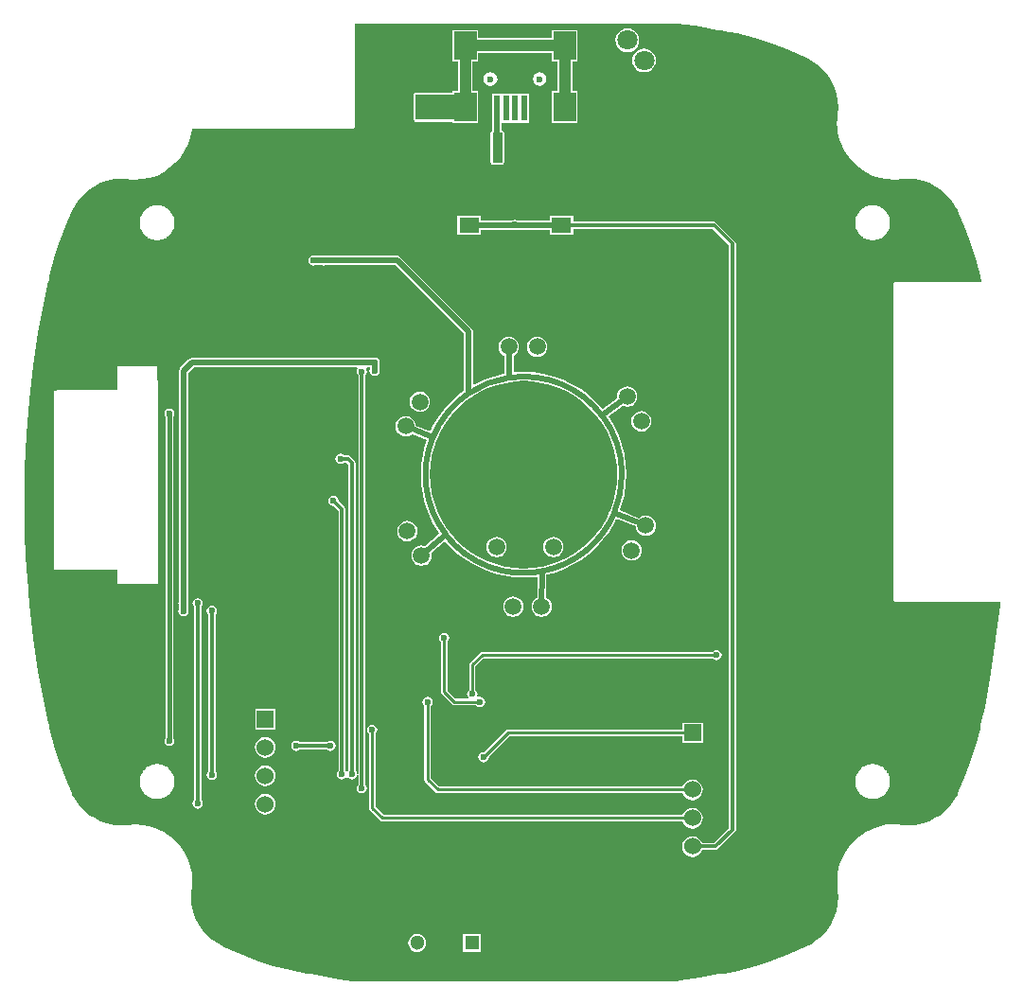
<source format=gbl>
%FSTAX23Y23*%
%MOIN*%
%SFA1B1*%

%IPPOS*%
%ADD10C,0.011810*%
%ADD13C,0.010000*%
%ADD62C,0.019680*%
%ADD63C,0.015000*%
%ADD64C,0.030000*%
%ADD65C,0.039370*%
%ADD67C,0.051180*%
%ADD68R,0.051180X0.051180*%
%ADD69R,0.060000X0.060000*%
%ADD70C,0.060000*%
%ADD71C,0.023620*%
%ADD72C,0.070870*%
%ADD73C,0.059060*%
%ADD74R,0.019680X0.090550*%
%ADD75R,0.078740X0.098430*%
%ADD76R,0.070870X0.055120*%
%ADD77C,0.020000*%
%ADD78R,0.200000X0.090000*%
%ADD79R,0.035000X0.105000*%
%LNÑ§Ï°ÐÍºìÍâ×ª·¢Æ÷-1*%
%LPD*%
G36*
X07287Y06624D02*
D01*
X07353Y06615*
X07353Y06615*
X07354Y06615*
X07403Y06607*
X07436Y06601*
X07453Y06599*
X07453Y06598*
X07501Y06589*
X07563Y06573*
X07625Y06553*
X07685Y0653*
X07744Y06504*
X07751Y065*
X07751Y065*
X07762Y06494*
X07783Y06481*
X07801Y06464*
X07818Y06445*
X07832Y06424*
X07843Y06402*
X07851Y06378*
X07856Y06353*
X07858Y06328*
X07856Y06308*
X07856Y06303*
X07855Y06302*
X07855Y06298*
X07854Y06293*
X07854Y06283*
X07853Y06278*
X07853Y06276*
X07853Y06273*
X07855Y06252*
X07855*
X07855Y0625*
X07856Y06247*
X0786Y06224*
X07869Y06199*
X0788Y06175*
X07895Y06153*
X07913Y06133*
X07933Y06115*
X07955Y061*
X07979Y06088*
X08004Y0608*
X0803Y06075*
X08057Y06073*
X08082Y06075*
X08082Y06075*
X08105Y06076*
X0813Y06075*
X08154Y0607*
X08178Y06062*
X082Y06051*
X08221Y06037*
X0824Y06021*
X08256Y06002*
X0827Y05981*
X08277Y05967*
X08279Y05963*
X083Y05915*
X08323Y05856*
X08342Y05795*
X08358Y05733*
X08362Y05716*
X08359Y05712*
X08058Y05712*
X08055Y05712*
X08053Y0571*
X08052Y05708*
X08052Y05706*
Y04595*
X08052Y04592*
X08053Y0459*
X08055Y04589*
X08058Y04588*
X08424*
X08428Y04585*
X08427Y04576*
X08413Y04456*
X08395Y04336*
X08374Y04217*
X0836Y04154*
X0836Y04154*
X08357Y04139*
X08342Y04079*
X08323Y04019*
X083Y0396*
X08279Y03913*
X08277Y03908*
X08275Y03904*
X0827Y03894*
X08256Y03874*
X0824Y03855*
X08221Y03838*
X082Y03825*
X08178Y03814*
X08154Y03806*
X0813Y03801*
X08105Y03799*
X08082Y03801*
X08079Y03801*
X08072Y03802*
X08071Y03802*
X08071Y03802*
X08071Y03802*
X08067Y03802*
X08055Y03803*
X08054Y03803*
X0805Y03803*
Y03803*
Y03803*
X08035Y03802*
X08031Y03802*
X0803Y03802*
X08004Y03796*
X07979Y03788*
X07955Y03776*
X07933Y03761*
X07913Y03744*
X07896Y03724*
X07881Y03702*
X07869Y03678*
X0786Y03653*
X07855Y03627*
X07854Y036*
X07855Y03577*
X07855Y03574*
X07856Y03572*
X07856Y03567*
X07858Y03547*
X07856Y03522*
X07851Y03497*
X07843Y03474*
X07832Y03451*
X07818Y0343*
X07801Y03411*
X07783Y03395*
X07762Y03381*
X07751Y03376*
X07751Y03375*
X07744Y03372*
X07686Y03346*
X07626Y03323*
X07565Y03303*
X07504Y03288*
X07458Y03278*
X07453Y03278*
X07436Y03275*
X0737Y03264*
Y03264*
Y03264*
X0737Y03264*
X07303Y03253*
X07287Y03251*
X06149*
X061Y03258*
X06051Y03266*
X06001Y03275*
X05984Y03278*
X05984Y03278*
X05984Y03278*
X0593Y03289*
X05869Y03304*
X0581Y03323*
X05751Y03346*
X05694Y03371*
X05686Y03375*
X05686Y03376*
X05674Y03382*
X05653Y03395*
X05635Y03412*
X05618Y03431*
X05604Y03451*
X05593Y03474*
X05585Y03497*
X0558Y03522*
X05579Y03547*
X0558Y03567*
X0558Y03572*
X05581Y03577*
X05582Y03583*
X05582Y03583*
Y03583*
X05582Y03583*
X05582Y03588*
X05583Y03601*
X05581Y03624*
X05581Y03627*
X05581Y03629*
X05576Y03653*
X05568Y03678*
X05556Y03702*
X05541Y03723*
X05524Y03743*
X05504Y03761*
X05482Y03775*
X05458Y03787*
X05433Y03796*
X05407Y03801*
X05381Y03802*
X05355Y03801*
X05355Y03801*
X05332Y03799*
X05307Y03801*
X05283Y03806*
X05259Y03814*
X05237Y03825*
X05216Y03838*
X05198Y03855*
X05181Y03874*
X05167Y03894*
X0516Y03908*
X05158Y03913*
X05137Y0396*
X05114Y0402*
X05095Y0408*
X05079Y04142*
X05077Y04154*
X05077Y04154*
X05076Y04159*
X05061Y04227*
X0504Y04343*
X05023Y04459*
X05009Y04576*
X05001Y04675*
X05001Y0468*
X04999Y04697*
X04993Y04817*
X04991Y04937*
X04993Y05057*
X04999Y05177*
X05009Y05297*
X05023Y05416*
X0504Y05534*
X05062Y05653*
X05076Y05717*
X05077Y05721*
X05077Y05721*
X05079Y05733*
X05095Y05795*
X05114Y05856*
X05137Y05915*
X05158Y05963*
X0516Y05967*
X05163Y05971*
X05167Y05981*
X05181Y06002*
X05198Y06021*
X05216Y06037*
X05237Y06051*
X05259Y06062*
X05283Y0607*
X05307Y06075*
X05332Y06076*
X05355Y06075*
X05355Y06075*
X05363Y06074*
X05364Y06074*
X05379Y06073*
X05406Y06075*
X05432Y0608*
X05457Y06088*
X05481Y061*
X05503Y06115*
X05523Y06133*
X05541Y06153*
X05556Y06175*
X05568Y06199*
X05576Y06224*
X05581Y0625*
X05582Y06254*
X06148*
X06151Y06255*
X06153Y06256*
X06154Y06258*
X06155Y06261*
Y06624*
X07287*
X07287Y06624*
G37*
%LNÑ§Ï°ÐÍºìÍâ×ª·¢Æ÷-2*%
%LPC*%
G36*
X0694Y06601D02*
X06849D01*
Y06572*
X06589*
Y06601*
X06499*
Y06491*
X06518*
Y06385*
X06499*
Y06381*
X0637*
X06365Y06379*
X06363Y06375*
Y06285*
X06365Y0628*
X0637Y06278*
X06499*
Y06274*
X06589*
Y06385*
X0657*
Y06491*
X06589*
Y0652*
X06849*
Y06491*
X06869*
Y06385*
X06849*
Y06274*
X0694*
Y06385*
X06921*
Y06491*
X0694*
Y06601*
G37*
G36*
X07115Y06606D02*
X07104Y06605D01*
X07094Y06601*
X07085Y06594*
X07078Y06585*
X07074Y06575*
X07073Y06565*
X07074Y06554*
X07078Y06544*
X07085Y06535*
X07094Y06528*
X07104Y06524*
X07115Y06523*
X07125Y06524*
X07135Y06528*
X07144Y06535*
X07151Y06544*
X07155Y06554*
X07156Y06565*
X07155Y06575*
X07151Y06585*
X07144Y06594*
X07135Y06601*
X07125Y06605*
X07115Y06606*
G37*
G36*
X07174Y06535D02*
X07163Y06534D01*
X07153Y0653*
X07144Y06523*
X07137Y06515*
X07133Y06504*
X07132Y06494*
X07133Y06483*
X07137Y06473*
X07144Y06464*
X07153Y06457*
X07163Y06453*
X07174Y06452*
X07184Y06453*
X07194Y06457*
X07203Y06464*
X0721Y06473*
X07214Y06483*
X07215Y06494*
X07214Y06504*
X0721Y06515*
X07203Y06523*
X07194Y0653*
X07184Y06534*
X07174Y06535*
G37*
G36*
X06633Y06452D02*
X06623Y0645D01*
X06616Y06445*
X0661Y06437*
X06609Y06428*
X0661Y06419*
X06616Y06411*
X06623Y06406*
X06633Y06404*
X06642Y06406*
X0665Y06411*
X06655Y06419*
X06657Y06428*
X06655Y06437*
X0665Y06445*
X06642Y0645*
X06633Y06452*
G37*
G36*
X06806D02*
X06797Y0645D01*
X06789Y06445*
X06784Y06437*
X06782Y06428*
X06784Y06419*
X06789Y06411*
X06797Y06406*
X06806Y06404*
X06815Y06406*
X06823Y06411*
X06828Y06419*
X0683Y06428*
X06828Y06437*
X06823Y06445*
X06815Y0645*
X06806Y06452*
G37*
G36*
X06767Y06377D02*
X0664D01*
Y06327*
X0664Y06326*
Y06246*
X0664*
X06635Y06244*
X06633Y0624*
Y06135*
X06635Y0613*
X0664Y06128*
X06675*
X06679Y0613*
X06681Y06135*
Y0624*
X06679Y06244*
X06675Y06246*
X06672*
Y06274*
X06767*
Y06377*
G37*
G36*
X07979Y05984D02*
X07979D01*
X07979*
X07978Y05984*
X07973*
X07973Y05984*
X07972Y05984*
X07967Y05983*
X07967Y05983*
X07966Y05983*
X07962Y05982*
X07961Y05981*
X0796*
X07956Y0598*
X07955Y05979*
X07955Y05979*
X0795Y05977*
X0795Y05977*
X07949Y05977*
X07945Y05974*
X07945Y05974*
X07944Y05973*
X0794Y05971*
X0794Y0597*
X07939Y0597*
X07936Y05966*
X07935Y05966*
X07935Y05966*
X07932Y05962*
X07931Y05962*
X07931Y05961*
X07928Y05957*
X07928Y05957*
X07927Y05956*
X07925Y05952*
X07925Y05952*
X07924Y05951*
X07922Y05947*
X07922Y05946*
X07922Y05946*
X0792Y05941*
Y0594*
X0792Y0594*
X07919Y05935*
X07919Y05935*
X07918Y05934*
X07918Y05929*
X07918Y05929*
X07917Y05928*
X07917Y05928*
X07917Y05923*
X07917Y05918*
X07917Y05917*
X07918Y05917*
X07918Y05916*
X07918Y05911*
X07919Y05911*
X07919Y0591*
X0792Y05905*
X0792Y05905*
Y05904*
X07922Y059*
X07922Y05899*
X07922Y05899*
X07924Y05894*
X07925Y05894*
X07925Y05893*
X07927Y05889*
X07928Y05888*
X07928Y05888*
X07931Y05884*
X07931Y05884*
X07932Y05883*
X07935Y0588*
X07935Y05879*
X07936Y05879*
X07939Y05875*
X0794Y05875*
X0794Y05874*
X07944Y05872*
X07945Y05871*
X07945Y05871*
X07949Y05868*
X0795Y05868*
X0795Y05868*
X07955Y05866*
X07955Y05866*
X07956Y05866*
X0796Y05864*
X07961*
X07962Y05863*
X07966Y05862*
X07967Y05862*
X07967Y05862*
X07972Y05861*
X07973Y05861*
X07973Y05861*
X07978*
X07979Y05861*
X07979*
X07979*
X07979Y05861*
X07984*
X07985Y05861*
X07986Y05861*
X0799Y05862*
X07991Y05862*
X07991Y05862*
X07996Y05863*
X07997Y05864*
X07997*
X08002Y05866*
X08002Y05866*
X08003Y05866*
X08007Y05868*
X08008Y05868*
X08009Y05868*
X08013Y05871*
X08013Y05871*
X08014Y05872*
X08018Y05874*
X08018Y05875*
X08019Y05875*
X08022Y05879*
X08022Y05879*
X08023Y0588*
X08026Y05883*
X08026Y05884*
X08027Y05884*
X0803Y05888*
X0803Y05888*
X0803Y05889*
X08033Y05893*
X08033Y05894*
X08034Y05894*
X08036Y05899*
X08036Y05899*
X08036Y059*
X08038Y05904*
Y05905*
X08038Y05905*
X08039Y0591*
X08039Y05911*
X08039Y05911*
X0804Y05916*
X0804Y05917*
X0804Y05917*
Y05918*
X0804Y05923*
X0804Y05928*
Y05928*
X0804Y05929*
X0804Y05929*
X08039Y05934*
X08039Y05935*
X08039Y05935*
X08038Y0594*
X08038Y0594*
Y05941*
X08036Y05946*
X08036Y05946*
X08036Y05947*
X08034Y05951*
X08033Y05952*
X08033Y05952*
X0803Y05956*
X0803Y05957*
X0803Y05957*
X08027Y05961*
X08026Y05962*
X08026Y05962*
X08023Y05966*
X08022Y05966*
X08022Y05966*
X08019Y0597*
X08018Y0597*
X08018Y05971*
X08014Y05973*
X08013Y05974*
X08013Y05974*
X08009Y05977*
X08008Y05977*
X08007Y05977*
X08003Y05979*
X08002Y05979*
X08002Y0598*
X07997Y05981*
X07997*
X07996Y05982*
X07991Y05983*
X07991Y05983*
X0799Y05983*
X07986Y05984*
X07985Y05984*
X07984Y05984*
X07979*
X07979Y05984*
G37*
G36*
X05458D02*
X05458D01*
X05458Y05984*
X05453*
X05452Y05984*
X05452Y05984*
X05447Y05983*
X05446Y05983*
X05446Y05983*
X05441Y05982*
X0544Y05981*
X0544*
X05435Y0598*
X05435Y05979*
X05434Y05979*
X0543Y05977*
X05429Y05977*
X05429Y05977*
X05425Y05974*
X05424Y05974*
X05424Y05973*
X0542Y05971*
X05419Y0597*
X05419Y0597*
X05415Y05966*
X05415Y05966*
X05414Y05966*
X05411Y05962*
X05411Y05962*
X0541Y05961*
X05407Y05957*
X05407Y05957*
X05407Y05956*
X05404Y05952*
X05404Y05952*
X05404Y05951*
X05402Y05947*
X05401Y05946*
X05401Y05946*
X05399Y05941*
Y0594*
X05399Y0594*
X05398Y05935*
X05398Y05935*
X05398Y05934*
X05397Y05929*
X05397Y05929*
X05397Y05928*
Y05928*
X05397Y05923*
X05397Y05918*
Y05917*
X05397Y05917*
X05397Y05916*
X05398Y05911*
X05398Y05911*
X05398Y0591*
X05399Y05905*
X05399Y05905*
Y05904*
X05401Y059*
X05401Y05899*
X05402Y05899*
X05404Y05894*
X05404Y05894*
X05404Y05893*
X05407Y05889*
X05407Y05888*
X05407Y05888*
X0541Y05884*
X05411Y05884*
X05411Y05883*
X05414Y0588*
X05415Y05879*
X05415Y05879*
X05419Y05875*
X05419Y05875*
X0542Y05874*
X05424Y05872*
X05424Y05871*
X05425Y05871*
X05429Y05868*
X05429Y05868*
X0543Y05868*
X05434Y05866*
X05435Y05866*
X05435Y05866*
X0544Y05864*
X0544*
X05441Y05863*
X05446Y05862*
X05446Y05862*
X05447Y05862*
X05452Y05861*
X05452Y05861*
X05453Y05861*
X05458*
X05458Y05861*
X05458*
X05459Y05861*
X05464*
X05464Y05861*
X05465Y05861*
X0547Y05862*
X0547Y05862*
X05471Y05862*
X05476Y05863*
X05476Y05864*
X05477*
X05481Y05866*
X05482Y05866*
X05482Y05866*
X05487Y05868*
X05487Y05868*
X05488Y05868*
X05492Y05871*
X05493Y05871*
X05493Y05872*
X05497Y05874*
X05497Y05875*
X05498Y05875*
X05501Y05879*
X05502Y05879*
X05502Y0588*
X05506Y05883*
X05506Y05884*
X05506Y05884*
X05509Y05888*
X05509Y05888*
X0551Y05889*
X05512Y05893*
X05513Y05894*
X05513Y05894*
X05515Y05899*
X05515Y05899*
X05515Y059*
X05517Y05904*
Y05905*
X05518Y05905*
X05519Y0591*
X05519Y05911*
X05519Y05911*
X0552Y05916*
X0552Y05917*
X0552Y05917*
Y05918*
X0552Y05923*
X0552Y05928*
Y05928*
X0552Y05929*
X0552Y05929*
X05519Y05934*
X05519Y05935*
X05519Y05935*
X05518Y0594*
X05517Y0594*
Y05941*
X05515Y05946*
X05515Y05946*
X05515Y05947*
X05513Y05951*
X05513Y05952*
X05512Y05952*
X0551Y05956*
X05509Y05957*
X05509Y05957*
X05506Y05961*
X05506Y05962*
X05506Y05962*
X05502Y05966*
X05502Y05966*
X05501Y05966*
X05498Y0597*
X05497Y0597*
X05497Y05971*
X05493Y05973*
X05493Y05974*
X05492Y05974*
X05488Y05977*
X05487Y05977*
X05487Y05977*
X05482Y05979*
X05482Y05979*
X05481Y0598*
X05477Y05981*
X05476*
X05476Y05982*
X05471Y05983*
X0547Y05983*
X0547Y05983*
X05465Y05984*
X05464Y05984*
X05464Y05984*
X05459*
X05458Y05984*
G37*
G36*
X06924Y05946D02*
X06841D01*
Y05929*
X0673*
X06727Y05931*
X0672Y05933*
X06713Y05931*
X0671Y05929*
X06598*
Y05946*
X06515*
Y05879*
X06598*
Y05897*
X06718*
X0672Y05896*
X06721Y05897*
X06841*
Y05879*
X06924*
Y05901*
X07416*
X07472Y05844*
Y03789*
X0742Y03737*
X07378*
X07376Y03743*
X0737Y0375*
X07363Y03756*
X07354Y0376*
X07345Y03761*
X07335Y0376*
X07326Y03756*
X07319Y0375*
X07313Y03743*
X07309Y03734*
X07308Y03725*
X07309Y03715*
X07313Y03706*
X07319Y03699*
X07326Y03693*
X07335Y03689*
X07345Y03688*
X07354Y03689*
X07363Y03693*
X0737Y03699*
X07376Y03706*
X07378Y03712*
X07426*
X0743Y03713*
X07434Y03716*
X07493Y03775*
X07496Y03779*
X07497Y03784*
Y0585*
X07496Y05854*
X07493Y05858*
X0743Y05921*
X07426Y05924*
X07421Y05925*
X06924*
Y05946*
G37*
G36*
X06045Y05808D02*
X06038Y05806D01*
X06037Y05806*
X06017*
X06016Y05806*
X0601Y05808*
X06003Y05806*
X05997Y05802*
X05993Y05796*
X05991Y0579*
X05993Y05783*
X05997Y05777*
X06003Y05773*
X0601Y05771*
X06016Y05773*
X06017Y05773*
X06037*
X06038Y05773*
X06045Y05771*
X06051Y05773*
X06052Y05773*
X06298*
X06538Y05533*
Y05329*
X0652Y05315*
X06493Y05291*
X06469Y05264*
X06448Y05236*
X0643Y05205*
X06421Y05186*
X0637Y05207*
X06369Y05214*
X06366Y05222*
X0636Y0523*
X06352Y05236*
X06344Y05239*
X06335Y0524*
X06325Y05239*
X06317Y05236*
X06309Y0523*
X06303Y05222*
X063Y05214*
X06299Y05205*
X063Y05195*
X06303Y05187*
X06309Y05179*
X06317Y05173*
X06325Y0517*
X06335Y05169*
X06344Y0517*
X06352Y05173*
X06357Y05177*
X06408Y05156*
X06403Y0514*
X06394Y05105*
X06389Y0507*
X06387Y05035*
X06389Y04999*
X06394Y04964*
X06403Y04929*
X06415Y04896*
X0643Y04864*
X06448Y04833*
X06453Y04827*
X06403Y04783*
X06399Y04784*
X0639Y04785*
X0638Y04784*
X06372Y04781*
X06364Y04775*
X06358Y04767*
X06355Y04759*
X06354Y0475*
X06355Y0474*
X06358Y04732*
X06364Y04724*
X06372Y04718*
X0638Y04715*
X0639Y04714*
X06399Y04715*
X06407Y04718*
X06415Y04724*
X06421Y04732*
X06424Y0474*
X06425Y0475*
X06424Y04759*
X06472Y04801*
X06493Y04778*
X0652Y04754*
X06548Y04733*
X06579Y04715*
X06611Y047*
X06644Y04688*
X06679Y04679*
X06714Y04674*
X0675Y04672*
X06785Y04674*
X06794Y04675*
X06798Y04672*
X06797Y04601*
X06795Y04601*
X06787Y04595*
X06781Y04587*
X06778Y04579*
X06777Y0457*
X06778Y0456*
X06781Y04552*
X06787Y04544*
X06795Y04538*
X06803Y04535*
X06813Y04534*
X06822Y04535*
X0683Y04538*
X06838Y04544*
X06844Y04552*
X06847Y0456*
X06848Y0457*
X06847Y04579*
X06844Y04587*
X06838Y04595*
X0683Y04601*
X06829Y04601*
X0683Y04682*
X06855Y04688*
X06888Y047*
X0692Y04715*
X06951Y04733*
X06979Y04754*
X07006Y04778*
X0703Y04805*
X07051Y04833*
X07069Y04864*
X07076Y04879*
X07144Y04852*
X07145Y04845*
X07148Y04837*
X07154Y04829*
X07162Y04823*
X0717Y0482*
X0718Y04819*
X07189Y0482*
X07197Y04823*
X07205Y04829*
X07211Y04837*
X07214Y04845*
X07215Y04855*
X07214Y04864*
X07211Y04872*
X07205Y0488*
X07197Y04886*
X07189Y04889*
X0718Y0489*
X0717Y04889*
X07162Y04886*
X07156Y04881*
X07089Y04909*
X07096Y04929*
X07105Y04964*
X0711Y04999*
X07112Y05035*
X0711Y0507*
X07105Y05105*
X07096Y0514*
X07084Y05173*
X07069Y05205*
X07051Y05236*
X07049Y05239*
X07099Y05277*
X07105Y05275*
X07115Y05274*
X07124Y05275*
X07132Y05278*
X0714Y05284*
X07146Y05292*
X07149Y053*
X0715Y0531*
X07149Y05319*
X07146Y05327*
X0714Y05335*
X07132Y05341*
X07124Y05344*
X07115Y05345*
X07105Y05344*
X07097Y05341*
X07089Y05335*
X07083Y05327*
X0708Y05319*
X07079Y0531*
X0708Y05303*
X07029Y05265*
X07006Y05291*
X06979Y05315*
X06951Y05336*
X0692Y05354*
X06888Y05369*
X06855Y05381*
X0682Y0539*
X06785Y05395*
X0675Y05397*
X06719Y05395*
X06715Y05399*
X06714Y05453*
X06714Y05453*
X06722Y05459*
X06728Y05467*
X06731Y05475*
X06732Y05485*
X06731Y05494*
X06728Y05502*
X06722Y0551*
X06714Y05516*
X06706Y05519*
X06697Y0552*
X06687Y05519*
X06679Y05516*
X06671Y0551*
X06665Y05502*
X06662Y05494*
X06661Y05485*
X06662Y05475*
X06665Y05467*
X06671Y05459*
X06679Y05453*
X06681Y05452*
X06683Y05391*
X06679Y0539*
X06644Y05381*
X06611Y05369*
X06579Y05354*
X06575Y05352*
X06571Y05354*
Y0554*
X06569Y05546*
X06566Y05551*
X06316Y05801*
X06311Y05804*
X06305Y05806*
X06052*
X06051Y05806*
X06045Y05808*
G37*
G36*
X06797Y0552D02*
X06787Y05519D01*
X06779Y05516*
X06771Y0551*
X06765Y05502*
X06762Y05494*
X06761Y05485*
X06762Y05475*
X06765Y05467*
X06771Y05459*
X06779Y05453*
X06787Y0545*
X06797Y05449*
X06806Y0545*
X06814Y05453*
X06822Y05459*
X06828Y05467*
X06831Y05475*
X06832Y05485*
X06831Y05494*
X06828Y05502*
X06822Y0551*
X06814Y05516*
X06806Y05519*
X06797Y0552*
G37*
G36*
X06225Y05448D02*
X06218Y05446D01*
X06217Y05446*
X05581*
X05574Y05444*
X05569Y05441*
X0554Y05412*
X05537Y05407*
X05535Y05401*
Y04589*
X05535Y04588*
X05533Y04582*
X05535Y04575*
X05535Y04574*
Y04561*
X05535Y0456*
X05533Y04554*
X05535Y04547*
X05539Y04541*
X05545Y04537*
X05552Y04535*
X05558Y04537*
X05564Y04541*
X05568Y04547*
X0557Y04554*
X05568Y0456*
X05568Y04561*
Y04574*
X05568Y04575*
X0557Y04582*
X05568Y04588*
X05568Y04589*
Y05394*
X05587Y05413*
X06162*
X06165Y05408*
X06163Y05405*
X06161Y05398*
X06163Y05391*
X06167Y05386*
X06167Y05385*
Y03981*
X06162Y0398*
X06162Y03982*
X06161Y03986*
X06157Y03992*
X06157Y03992*
Y05077*
X06156Y05081*
X06153Y05085*
X06139Y05099*
X06135Y05102*
X06131Y05103*
X06118*
X06117Y05103*
X06111Y05107*
X06105Y05109*
X06098Y05107*
X06092Y05103*
X06088Y05097*
X06086Y0509*
X06088Y05084*
X06092Y05078*
X06098Y05074*
X06105Y05072*
X06111Y05074*
X06117Y05078*
X06118Y05078*
X06126*
X06132Y05071*
Y03992*
X06132Y03992*
X0613Y03989*
X06125Y03989*
X06122Y03993*
Y04913*
X06121Y04917*
X06118Y04921*
X06097Y04942*
X06098Y04943*
X06096Y04949*
X06092Y04955*
X06086Y04959*
X0608Y04961*
X06073Y04959*
X06067Y04955*
X06063Y04949*
X06061Y04943*
X06063Y04936*
X06067Y0493*
X06073Y04926*
X0608Y04924*
X0608Y04925*
X06097Y04907*
Y03992*
X06097Y03992*
X06093Y03986*
X06091Y03979*
X06093Y03972*
X06097Y03966*
X06103Y03962*
X0611Y03961*
X06116Y03962*
X06122Y03966*
X06124Y03968*
X0613*
X06132Y03966*
X06138Y03962*
X06145Y03961*
X06151Y03962*
X06157Y03966*
X06161Y03972*
X06162Y03976*
X06162Y03977*
X06167Y03977*
Y03944*
X06167Y03943*
X06163Y03937*
X06161Y03931*
X06163Y03924*
X06167Y03918*
X06173Y03914*
X0618Y03912*
X06186Y03914*
X06192Y03918*
X06196Y03924*
X06198Y03931*
X06196Y03937*
X06192Y03943*
X06192Y03944*
Y05385*
X06192Y05386*
X06196Y05391*
X06198Y05398*
X06196Y05405*
X06194Y05408*
X06197Y05413*
X06208*
Y05408*
X06208Y05407*
X06206Y054*
X06208Y05393*
X06212Y05388*
X06218Y05384*
X06225Y05382*
X06231Y05384*
X06237Y05388*
X06241Y05393*
X06243Y054*
X06241Y05407*
X06241Y05408*
Y05422*
X06241Y05423*
X06243Y0543*
X06241Y05436*
X06237Y05442*
X06231Y05446*
X06225Y05448*
G37*
G36*
X06385Y05327D02*
X06375Y05326D01*
X06367Y05322*
X06359Y05316*
X06353Y05309*
X0635Y053*
X06349Y05291*
X0635Y05282*
X06353Y05273*
X06359Y05266*
X06367Y0526*
X06375Y05256*
X06385Y05255*
X06394Y05256*
X06402Y0526*
X0641Y05266*
X06416Y05273*
X06419Y05282*
X0642Y05291*
X06419Y053*
X06416Y05309*
X0641Y05316*
X06402Y05322*
X06394Y05326*
X06385Y05327*
G37*
G36*
X07165Y05259D02*
X07155Y05258D01*
X07147Y05254*
X07139Y05248*
X07133Y05241*
X0713Y05232*
X07129Y05223*
X0713Y05214*
X07133Y05205*
X07139Y05198*
X07147Y05192*
X07155Y05188*
X07165Y05187*
X07174Y05188*
X07182Y05192*
X0719Y05198*
X07196Y05205*
X07199Y05214*
X072Y05223*
X07199Y05232*
X07196Y05241*
X0719Y05248*
X07182Y05254*
X07174Y05258*
X07165Y05259*
G37*
G36*
X0634Y04872D02*
X0633Y04871D01*
X06322Y04867*
X06314Y04861*
X06308Y04854*
X06305Y04845*
X06304Y04836*
X06305Y04827*
X06308Y04818*
X06314Y04811*
X06322Y04805*
X0633Y04801*
X0634Y048*
X06349Y04801*
X06357Y04805*
X06365Y04811*
X06371Y04818*
X06374Y04827*
X06375Y04836*
X06374Y04845*
X06371Y04854*
X06365Y04861*
X06357Y04867*
X06349Y04871*
X0634Y04872*
G37*
G36*
X0713Y04804D02*
X0712Y04803D01*
X07112Y04799*
X07104Y04793*
X07098Y04786*
X07095Y04777*
X07094Y04768*
X07095Y04759*
X07098Y0475*
X07104Y04743*
X07112Y04737*
X0712Y04733*
X0713Y04732*
X07139Y04733*
X07147Y04737*
X07155Y04743*
X07161Y0475*
X07164Y04759*
X07165Y04768*
X07164Y04777*
X07161Y04786*
X07155Y04793*
X07147Y04799*
X07139Y04803*
X0713Y04804*
G37*
G36*
X0546Y05415D02*
X0532D01*
Y05334*
X0511*
X05106Y05333*
X05103Y05331*
X05094*
Y047*
X0532*
Y0465*
X05461*
Y05365*
X0546Y05366*
Y05415*
G37*
G36*
X06713Y04605D02*
X06703Y04604D01*
X06695Y04601*
X06687Y04595*
X06681Y04587*
X06678Y04579*
X06677Y0457*
X06678Y0456*
X06681Y04552*
X06687Y04544*
X06695Y04538*
X06703Y04535*
X06713Y04534*
X06722Y04535*
X0673Y04538*
X06738Y04544*
X06744Y04552*
X06747Y0456*
X06748Y0457*
X06747Y04579*
X06744Y04587*
X06738Y04595*
X0673Y04601*
X06722Y04604*
X06713Y04605*
G37*
G36*
X0647Y04478D02*
X06463Y04476D01*
X06457Y04472*
X06453Y04466*
X06451Y0446*
X06453Y04453*
X06457Y04447*
X06458Y04446*
Y0427*
X06459Y04265*
X06462Y04262*
X06497Y04226*
X065Y04224*
X06505Y04223*
X06582*
X06583Y04221*
X06589Y04217*
X06596Y04216*
X06602Y04217*
X06608Y04221*
X06612Y04227*
X06614Y04234*
X06612Y04241*
X06608Y04247*
X06602Y04251*
X06596Y04252*
X06589Y04251*
X06587Y04253*
X06585Y04255*
X06587Y04262*
X06585Y04268*
X06581Y04274*
X0658Y04275*
Y0436*
X06608Y04388*
X07415*
X07417Y04386*
X07423Y04382*
X0743Y0438*
X07436Y04382*
X07442Y04386*
X07446Y04392*
X07448Y04399*
X07446Y04405*
X07442Y04411*
X07436Y04415*
X0743Y04417*
X07423Y04415*
X07417Y04411*
X07416Y04411*
X06604*
X06599Y0441*
X06596Y04407*
X06561Y04372*
X06558Y04369*
X06557Y04365*
Y04275*
X06556Y04274*
X06552Y04268*
X0655Y04262*
X06552Y04255*
X06554Y0425*
X06552Y04245*
X06509*
X06481Y04274*
Y04446*
X06482Y04447*
X06486Y04453*
X06488Y0446*
X06486Y04466*
X06482Y04472*
X06476Y04476*
X0647Y04478*
G37*
G36*
X05876Y0421D02*
X05804D01*
Y04138*
X05876*
Y0421*
G37*
G36*
X07381Y04161D02*
X07309D01*
Y04136*
X06694*
X06689Y04135*
X06686Y04132*
X0661Y04057*
X06609Y04058*
X06602Y04056*
X06596Y04052*
X06592Y04046*
X0659Y0404*
X06592Y04033*
X06596Y04027*
X06602Y04023*
X06609Y04021*
X06615Y04023*
X06621Y04027*
X06625Y04033*
X06627Y0404*
X06626Y04041*
X06698Y04113*
X07309*
Y04089*
X07381*
Y04161*
G37*
G36*
X0607Y04098D02*
X06063Y04096D01*
X06057Y04092*
X06056Y04092*
X05963*
X05962Y04092*
X05956Y04096*
X05949Y04098*
X05942Y04096*
X05936Y04092*
X05933Y04086*
X05931Y0408*
X05933Y04073*
X05936Y04067*
X05942Y04063*
X05949Y04061*
X05956Y04063*
X05962Y04067*
X05963Y04067*
X06056*
X06057Y04067*
X06063Y04063*
X0607Y04061*
X06076Y04063*
X06082Y04067*
X06086Y04073*
X06088Y0408*
X06086Y04086*
X06082Y04092*
X06076Y04096*
X0607Y04098*
G37*
G36*
X05502Y05268D02*
X05495Y05266D01*
X05489Y05262*
X05485Y05256*
X05484Y0525*
X05485Y05243*
X05488Y05238*
Y04108*
X05485Y04104*
X05484Y04097*
X05485Y0409*
X05489Y04084*
X05495Y0408*
X05502Y04079*
X05509Y0408*
X05515Y04084*
X05519Y0409*
X0552Y04097*
X05519Y04104*
X05516Y04108*
Y05238*
X05519Y05243*
X0552Y0525*
X05519Y05256*
X05515Y05262*
X05509Y05266*
X05502Y05268*
G37*
G36*
X0584Y04111D02*
X0583Y04109D01*
X05821Y04106*
X05814Y041*
X05808Y04092*
X05804Y04084*
X05803Y04074*
X05804Y04065*
X05808Y04056*
X05814Y04049*
X05821Y04043*
X0583Y04039*
X0584Y04038*
X05849Y04039*
X05858Y04043*
X05865Y04049*
X05871Y04056*
X05875Y04065*
X05876Y04074*
X05875Y04084*
X05871Y04092*
X05865Y041*
X05858Y04106*
X05849Y04109*
X0584Y04111*
G37*
G36*
X07979Y04015D02*
X07979D01*
X07979*
X07978Y04015*
X07973*
X07973Y04015*
X07972Y04015*
X07967Y04014*
X07967Y04014*
X07966Y04014*
X07962Y04013*
X07961Y04013*
X0796*
X07956Y04011*
X07955Y04011*
X07955Y0401*
X0795Y04008*
X0795Y04008*
X07949Y04008*
X07945Y04005*
X07945Y04005*
X07944Y04005*
X0794Y04002*
X0794Y04001*
X07939Y04001*
X07936Y03998*
X07935Y03997*
X07935Y03997*
X07932Y03993*
X07931Y03993*
X07931Y03992*
X07928Y03988*
X07928Y03988*
X07927Y03987*
X07925Y03983*
X07925Y03983*
X07924Y03982*
X07922Y03978*
X07922Y03977*
X07922Y03977*
X0792Y03972*
Y03972*
X0792Y03971*
X07919Y03966*
X07919Y03966*
X07918Y03965*
X07918Y0396*
X07918Y0396*
X07917Y03959*
Y03959*
X07917Y03954*
X07917Y03949*
X07917Y03948*
X07918Y03948*
X07918Y03947*
X07918Y03942*
X07919Y03942*
X07919Y03941*
X0792Y03936*
X0792Y03936*
Y03935*
X07922Y03931*
X07922Y0393*
X07922Y0393*
X07924Y03925*
X07925Y03925*
X07925Y03924*
X07927Y0392*
X07928Y0392*
X07928Y03919*
X07931Y03915*
X07931Y03915*
X07932Y03914*
X07935Y03911*
X07935Y0391*
X07936Y0391*
X07939Y03906*
X0794Y03906*
X0794Y03906*
X07944Y03903*
X07945Y03903*
X07945Y03902*
X07949Y039*
X0795Y03899*
X0795Y03899*
X07955Y03897*
X07955Y03897*
X07956Y03897*
X0796Y03895*
X07961*
X07962Y03894*
X07966Y03894*
X07967Y03893*
X07967Y03893*
X07972Y03892*
X07973Y03892*
X07973Y03892*
X07978*
X07979Y03892*
X07979*
X07979*
X07979Y03892*
X07984*
X07985Y03892*
X07986Y03892*
X0799Y03893*
X07991Y03893*
X07991Y03894*
X07996Y03894*
X07997Y03895*
X07997*
X08002Y03897*
X08002Y03897*
X08003Y03897*
X08007Y03899*
X08008Y03899*
X08009Y039*
X08013Y03902*
X08013Y03903*
X08014Y03903*
X08018Y03906*
X08018Y03906*
X08019Y03906*
X08022Y0391*
X08022Y0391*
X08023Y03911*
X08026Y03914*
X08026Y03915*
X08027Y03915*
X0803Y03919*
X0803Y0392*
X0803Y0392*
X08033Y03924*
X08033Y03925*
X08034Y03925*
X08036Y0393*
X08036Y0393*
X08036Y03931*
X08038Y03935*
Y03936*
X08038Y03936*
X08039Y03941*
X08039Y03942*
X08039Y03942*
X0804Y03947*
X0804Y03948*
X0804Y03948*
Y03949*
X0804Y03954*
X0804Y03959*
Y03959*
X0804Y0396*
X0804Y0396*
X08039Y03965*
X08039Y03966*
X08039Y03966*
X08038Y03971*
X08038Y03972*
Y03972*
X08036Y03977*
X08036Y03977*
X08036Y03978*
X08034Y03982*
X08033Y03983*
X08033Y03983*
X0803Y03987*
X0803Y03988*
X0803Y03988*
X08027Y03992*
X08026Y03993*
X08026Y03993*
X08023Y03997*
X08022Y03997*
X08022Y03998*
X08019Y04001*
X08018Y04001*
X08018Y04002*
X08014Y04005*
X08013Y04005*
X08013Y04005*
X08009Y04008*
X08008Y04008*
X08007Y04008*
X08003Y0401*
X08002Y04011*
X08002Y04011*
X07997Y04013*
X07997*
X07996Y04013*
X07991Y04014*
X07991Y04014*
X0799Y04014*
X07986Y04015*
X07985Y04015*
X07984Y04015*
X07979Y04015*
X07979Y04015*
G37*
G36*
X05458D02*
X05458D01*
X05458Y04015*
X05453*
X05452Y04015*
X05452Y04015*
X05447Y04014*
X05446Y04014*
X05446Y04014*
X05441Y04013*
X0544Y04013*
X0544*
X05435Y04011*
X05435Y04011*
X05434Y0401*
X0543Y04008*
X05429Y04008*
X05429Y04008*
X05425Y04005*
X05424Y04005*
X05424Y04005*
X0542Y04002*
X05419Y04001*
X05419Y04001*
X05415Y03998*
X05415Y03997*
X05414Y03997*
X05411Y03993*
X05411Y03993*
X0541Y03992*
X05407Y03988*
X05407Y03988*
X05407Y03987*
X05404Y03983*
X05404Y03983*
X05404Y03982*
X05402Y03978*
X05401Y03977*
X05401Y03977*
X05399Y03972*
Y03972*
X05399Y03971*
X05398Y03966*
X05398Y03966*
X05398Y03965*
X05397Y0396*
X05397Y0396*
X05397Y03959*
Y03959*
X05397Y03954*
X05397Y03949*
Y03948*
X05397Y03948*
X05397Y03947*
X05398Y03942*
X05398Y03942*
X05398Y03941*
X05399Y03936*
X05399Y03936*
Y03935*
X05401Y03931*
X05401Y0393*
X05402Y0393*
X05404Y03925*
X05404Y03925*
X05404Y03924*
X05407Y0392*
X05407Y0392*
X05407Y03919*
X0541Y03915*
X05411Y03915*
X05411Y03914*
X05414Y03911*
X05415Y0391*
X05415Y0391*
X05419Y03906*
X05419Y03906*
X0542Y03906*
X05424Y03903*
X05424Y03903*
X05425Y03902*
X05429Y039*
X05429Y03899*
X0543Y03899*
X05434Y03897*
X05435Y03897*
X05435Y03897*
X0544Y03895*
X0544*
X05441Y03894*
X05446Y03894*
X05446Y03893*
X05447Y03893*
X05452Y03892*
X05452Y03892*
X05453Y03892*
X05458*
X05458Y03892*
X05458*
X05459Y03892*
X05464*
X05464Y03892*
X05465Y03892*
X0547Y03893*
X0547Y03893*
X05471Y03894*
X05476Y03894*
X05476Y03895*
X05477*
X05481Y03897*
X05482Y03897*
X05482Y03897*
X05487Y03899*
X05487Y03899*
X05488Y039*
X05492Y03902*
X05493Y03903*
X05493Y03903*
X05497Y03906*
X05497Y03906*
X05498Y03906*
X05501Y0391*
X05502Y0391*
X05502Y03911*
X05506Y03914*
X05506Y03915*
X05506Y03915*
X05509Y03919*
X05509Y0392*
X0551Y0392*
X05512Y03924*
X05513Y03925*
X05513Y03925*
X05515Y0393*
X05515Y0393*
X05515Y03931*
X05517Y03935*
Y03936*
X05518Y03936*
X05519Y03941*
X05519Y03942*
X05519Y03942*
X0552Y03947*
X0552Y03948*
X0552Y03948*
Y03949*
X0552Y03954*
X0552Y03959*
Y03959*
X0552Y0396*
X0552Y0396*
X05519Y03965*
X05519Y03966*
X05519Y03966*
X05518Y03971*
X05517Y03972*
Y03972*
X05515Y03977*
X05515Y03977*
X05515Y03978*
X05513Y03982*
X05513Y03983*
X05512Y03983*
X0551Y03987*
X05509Y03988*
X05509Y03988*
X05506Y03992*
X05506Y03993*
X05506Y03993*
X05502Y03997*
X05502Y03997*
X05501Y03998*
X05498Y04001*
X05497Y04001*
X05497Y04002*
X05493Y04005*
X05493Y04005*
X05492Y04005*
X05488Y04008*
X05487Y04008*
X05487Y04008*
X05482Y0401*
X05482Y04011*
X05481Y04011*
X05477Y04013*
X05476*
X05476Y04013*
X05471Y04014*
X0547Y04014*
X0547Y04014*
X05465Y04015*
X05464Y04015*
X05464Y04015*
X05459Y04015*
X05458Y04015*
G37*
G36*
X05652Y04573D02*
X05645Y04572D01*
X05639Y04568*
X05635Y04562*
X05633Y04555*
X05635Y04548*
X05639Y04542*
X05639Y04542*
Y0399*
X05639Y0399*
X05635Y03984*
X05633Y03977*
X05635Y0397*
X05639Y03964*
X05645Y0396*
X05652Y03959*
X05658Y0396*
X05664Y03964*
X05668Y0397*
X0567Y03977*
X05668Y03984*
X05664Y0399*
X05664Y0399*
Y04542*
X05664Y04542*
X05668Y04548*
X0567Y04555*
X05668Y04562*
X05664Y04568*
X05658Y04572*
X05652Y04573*
G37*
G36*
X0584Y04011D02*
X0583Y04009D01*
X05821Y04006*
X05814Y04*
X05808Y03992*
X05804Y03984*
X05803Y03974*
X05804Y03965*
X05808Y03956*
X05814Y03949*
X05821Y03943*
X0583Y03939*
X0584Y03938*
X05849Y03939*
X05858Y03943*
X05865Y03949*
X05871Y03956*
X05875Y03965*
X05876Y03974*
X05875Y03984*
X05871Y03992*
X05865Y04*
X05858Y04006*
X05849Y04009*
X0584Y04011*
G37*
G36*
X06411Y04252D02*
X06404Y04251D01*
X06398Y04247*
X06394Y04241*
X06393Y04234*
X06394Y04227*
X06398Y04221*
X064Y0422*
Y03961*
X06401Y03956*
X06403Y03953*
X0644Y03917*
X06443Y03914*
X06448Y03913*
X0731*
X07313Y03906*
X07319Y03899*
X07326Y03893*
X07335Y03889*
X07345Y03888*
X07354Y03889*
X07363Y03893*
X0737Y03899*
X07376Y03906*
X0738Y03915*
X07381Y03925*
X0738Y03934*
X07376Y03943*
X0737Y0395*
X07363Y03956*
X07354Y0396*
X07345Y03961*
X07335Y0396*
X07326Y03956*
X07319Y0395*
X07313Y03943*
X0731Y03936*
X06452*
X06422Y03965*
Y0422*
X06424Y04221*
X06428Y04227*
X06429Y04234*
X06428Y04241*
X06424Y04247*
X06418Y04251*
X06411Y04252*
G37*
G36*
X05602Y046D02*
X05595Y04598D01*
X05589Y04594*
X05585Y04588*
X05583Y04582*
X05585Y04575*
X05589Y04569*
X05589Y04568*
Y0389*
X05589Y03889*
X05585Y03883*
X05583Y03876*
X05585Y03869*
X05589Y03863*
X05595Y03859*
X05602Y03858*
X05608Y03859*
X05614Y03863*
X05618Y03869*
X0562Y03876*
X05618Y03883*
X05614Y03889*
X05614Y0389*
Y04568*
X05614Y04569*
X05618Y04575*
X0562Y04582*
X05618Y04588*
X05614Y04594*
X05608Y04598*
X05602Y046*
G37*
G36*
X0584Y03911D02*
X0583Y03909D01*
X05821Y03906*
X05814Y039*
X05808Y03892*
X05804Y03884*
X05803Y03874*
X05804Y03865*
X05808Y03856*
X05814Y03849*
X05821Y03843*
X0583Y03839*
X0584Y03838*
X05849Y03839*
X05858Y03843*
X05865Y03849*
X05871Y03856*
X05875Y03865*
X05876Y03874*
X05875Y03884*
X05871Y03892*
X05865Y039*
X05858Y03906*
X05849Y03909*
X0584Y03911*
G37*
G36*
X06216Y04154D02*
X06209Y04152D01*
X06203Y04148*
X06199Y04142*
X06197Y04136*
X06199Y04129*
X06203Y04123*
X06204Y04122*
Y03861*
X06205Y03856*
X06208Y03853*
X06244Y03817*
X06247Y03814*
X06252Y03813*
Y03813*
X0731*
X07313Y03806*
X07319Y03799*
X07326Y03793*
X07335Y03789*
X07345Y03788*
X07354Y03789*
X07363Y03793*
X0737Y03799*
X07376Y03806*
X0738Y03815*
X07381Y03825*
X0738Y03834*
X07376Y03843*
X0737Y0385*
X07363Y03856*
X07354Y0386*
X07345Y03861*
X07335Y0386*
X07326Y03856*
X07319Y0385*
X07313Y03843*
X0731Y03836*
X06256*
X06227Y03865*
Y04122*
X06228Y04123*
X06232Y04129*
X06234Y04136*
X06232Y04142*
X06228Y04148*
X06222Y04152*
X06216Y04154*
G37*
G36*
X06598Y03416D02*
X06535D01*
Y03353*
X06598*
Y03416*
G37*
G36*
X06375Y03416D02*
X06366Y03415D01*
X06359Y03412*
X06352Y03407*
X06347Y034*
X06344Y03393*
X06343Y03385*
X06344Y03376*
X06347Y03369*
X06352Y03362*
X06359Y03357*
X06366Y03354*
X06375Y03353*
X06383Y03354*
X0639Y03357*
X06397Y03362*
X06402Y03369*
X06405Y03376*
X06406Y03385*
X06405Y03393*
X06402Y034*
X06397Y03407*
X0639Y03412*
X06383Y03415*
X06375Y03416*
G37*
%LNÑ§Ï°ÐÍºìÍâ×ª·¢Æ÷-3*%
%LPD*%
G36*
X06782Y05363D02*
X06814Y05358D01*
X06845Y0535*
X06876Y0534*
X06905Y05326*
X06933Y05309*
X06959Y0529*
X06983Y05268*
X07005Y05244*
X07013Y05232*
X07024Y05218*
X07041Y0519*
X07055Y05161*
X07065Y0513*
X07073Y05099*
X07078Y05067*
X0708Y05035*
X0708Y05035*
X0708Y05034*
X07078Y05002*
X07073Y0497*
X07065Y04939*
X07055Y04908*
X07054Y04907*
X07054Y04906*
Y04906*
X07053Y04906*
X07053Y04906*
X07041Y04879*
X07024Y04851*
X07005Y04825*
X06983Y04801*
X06959Y04779*
X06933Y0476*
X06905Y04743*
X06876Y04729*
X06845Y04719*
X06814Y04711*
X06811Y0471*
X06782Y04706*
X0675Y04704*
X06717Y04706*
X06685Y04711*
X06654Y04719*
X06623Y04729*
X06594Y04743*
X06566Y0476*
X0654Y04779*
X06516Y04801*
X06494Y04825*
X06487Y04834*
X06475Y04851*
X06458Y04879*
X06444Y04908*
X06434Y04939*
X06426Y0497*
X06421Y05002*
X06419Y05035*
X06421Y05067*
X06426Y05099*
X06434Y0513*
X06443Y05158*
X06444Y05159*
X06444Y05159*
X06444Y05159*
X06444Y05159*
X06444Y05161*
X06458Y0519*
X06475Y05218*
X06494Y05244*
X06516Y05268*
X0654Y0529*
X0656Y05304*
X06561Y05305*
X06566Y05308*
X06567Y0531*
X06594Y05326*
X06623Y0534*
X06654Y0535*
X06685Y05358*
X06702Y05361*
X06717Y05363*
X0675Y05365*
X06782Y05363*
G37*
%LNÑ§Ï°ÐÍºìÍâ×ª·¢Æ÷-4*%
%LPC*%
G36*
X06855Y04815D02*
X06845Y04814D01*
X06837Y04811*
X06829Y04805*
X06823Y04797*
X0682Y04789*
X06819Y0478*
X0682Y0477*
X06823Y04762*
X06829Y04754*
X06837Y04748*
X06845Y04745*
X06855Y04744*
X06864Y04745*
X06872Y04748*
X0688Y04754*
X06886Y04762*
X06889Y0477*
X0689Y0478*
X06889Y04789*
X06886Y04797*
X0688Y04805*
X06872Y04811*
X06864Y04814*
X06855Y04815*
G37*
G36*
X06655D02*
X06645Y04814D01*
X06637Y04811*
X06629Y04805*
X06623Y04797*
X0662Y04789*
X06619Y0478*
X0662Y0477*
X06623Y04762*
X06629Y04754*
X06637Y04748*
X06645Y04745*
X06655Y04744*
X06664Y04745*
X06672Y04748*
X0668Y04754*
X06686Y04762*
X06689Y0477*
X0669Y0478*
X06689Y04789*
X06686Y04797*
X0668Y04805*
X06672Y04811*
X06664Y04814*
X06655Y04815*
G37*
%LNÑ§Ï°ÐÍºìÍâ×ª·¢Æ÷-5*%
%LPD*%
G54D10*
X07345Y03725D02*
X07426D01*
X07485Y03784*
X0611Y03979D02*
Y04913D01*
X0608Y04943D02*
X0611Y04913D01*
X06145Y03979D02*
Y05077D01*
X06131Y0509D02*
X06145Y05077D01*
X06105Y0509D02*
X06131D01*
X0618Y03933D02*
Y05398D01*
X05949Y0408D02*
X0607D01*
X05602Y03876D02*
Y04582D01*
X05652Y03977D02*
Y04555D01*
X06882Y05913D02*
X07421D01*
X07485Y0585*
Y03784D02*
Y0585D01*
G54D13*
X0647Y0427D02*
Y0446D01*
Y0427D02*
X06505Y04234D01*
X06596*
X06604Y044D02*
X0743D01*
X06569Y04365D02*
X06604Y044D01*
X06569Y04262D02*
Y04365D01*
X06609Y0404D02*
X06694Y04125D01*
X07345*
X06411Y03961D02*
Y04234D01*
Y03961D02*
X06448Y03925D01*
X07345*
X06252Y03825D02*
X07345D01*
X06216Y03861D02*
X06252Y03825D01*
X06216Y03861D02*
Y04136D01*
G54D62*
X06555Y05321D02*
D01*
D01*
G75*
G03X06429Y05165I00194J-00285D01*
G74*G01*
X067Y05377D02*
D01*
D01*
G75*
G03X06555Y05321I00049J-00342D01*
G74*G01*
X07096Y05035D02*
D01*
D01*
G75*
G03X07026Y05242I-00346J0D01*
G74*G01*
X07068Y049D02*
D01*
D01*
G75*
G03X07096Y05035I-00318J00134D01*
G74*G01*
X07026Y05242D02*
D01*
D01*
G75*
G03X067Y05377I-00276J-00207D01*
G74*G01*
X06815Y04695D02*
D01*
D01*
G75*
G03X07068Y049I-00065J00340D01*
G74*G01*
X06474Y04824D02*
D01*
D01*
G75*
G03X06815Y04695I00275J00210D01*
G74*G01*
X06429Y05165D02*
D01*
D01*
G75*
G03X06474Y04824I00320J-00130D01*
G74*G01*
X05552Y04582D02*
Y05401D01*
Y04554D02*
Y04582D01*
X05581Y0543D02*
X06225D01*
X05552Y05401D02*
X05581Y0543D01*
X06813Y0457D02*
X06815Y04695D01*
X06656Y0621D02*
Y06326D01*
X06555Y05321D02*
Y0554D01*
Y0532D02*
Y05321D01*
X0601Y0579D02*
X06305D01*
X06555Y0554*
X07026Y05242D02*
X07115Y0531D01*
X07068Y049D02*
X0718Y04855D01*
X06697Y05485D02*
X067Y05377D01*
X06335Y05205D02*
X06429Y05165D01*
X0639Y0475D02*
X06474Y04824D01*
X06225Y054D02*
Y0543D01*
G54D63*
X05502Y04097D02*
Y0525D01*
G54D64*
X06536Y05736D02*
X06557D01*
G54D65*
X06544Y06546D02*
X06895D01*
X06544Y06546D02*
X06544Y06546D01*
X06542Y06544D02*
X06544Y06546D01*
Y06546*
Y0633D02*
Y06546D01*
X06895Y06329D02*
Y06546D01*
G54D67*
X06375Y03385D03*
G54D68*
X06567Y03385D03*
G54D69*
X07345Y04125D03*
X0584Y04174D03*
G54D70*
X07345Y04025D03*
Y03925D03*
Y03825D03*
Y03725D03*
X0584Y03774D03*
Y03874D03*
Y03974D03*
Y04074D03*
G54D71*
X06806Y06428D03*
X06633D03*
X05817Y05186D03*
X05782D03*
X05817Y05151D03*
X05782D03*
X06224Y03688D03*
X06189D03*
X06224Y03653D03*
X06189D03*
X06962Y04228D03*
X06927D03*
X06962Y04193D03*
X06927D03*
X05629Y05519D03*
X05664D03*
X05629Y05554D03*
X05664D03*
X05743Y04508D03*
X05778D03*
X05743Y04543D03*
X05778D03*
X05743Y04363D03*
X05778D03*
X05743Y04398D03*
X05778D03*
X0721Y04002D03*
X07245D03*
X0721Y04037D03*
X07245D03*
X07207Y03859D03*
X07242D03*
X06891Y03496D03*
X06926D03*
X06891Y03531D03*
X06926D03*
X06841Y03713D03*
X06876D03*
X06841Y03748D03*
X06876D03*
X06569Y04262D03*
X06609Y0404D03*
X06225Y054D03*
Y0543D03*
X05552Y04582D03*
Y04554D03*
X06411Y04234D03*
X06216Y04136D03*
X0611Y03979D03*
X06145D03*
X0618Y03931D03*
Y05398D03*
X0607Y0408D03*
X05949D03*
X07425Y0461D03*
X0739D03*
X07105Y0465D03*
X0707D03*
X06615Y0461D03*
Y04645D03*
X06406Y04644D03*
X06367Y0463D03*
X06322Y05005D03*
X06357D03*
X06459Y05425D03*
Y0546D03*
X0655Y05214D03*
X06585D03*
X0655Y05249D03*
X06585D03*
X0824Y04425D03*
X08275D03*
X0824Y0446D03*
X08275D03*
X07885Y04855D03*
X0792D03*
X07885Y0489D03*
X0792D03*
X07885Y0548D03*
X0792D03*
X07885Y05515D03*
X0792D03*
X0756Y0611D03*
X07595D03*
X0756Y06145D03*
X07595D03*
X07065Y06215D03*
X071D03*
X07065Y0625D03*
X071D03*
X06325Y06525D03*
X0636D03*
X06325Y0656D03*
X0636D03*
X05815Y0614D03*
X0585D03*
X05815Y06175D03*
X0585D03*
X05235Y0566D03*
X0527D03*
X05235Y05695D03*
X0527D03*
X05783Y04893D03*
X05818D03*
X05783Y04928D03*
X05818D03*
X0526Y04538D03*
X05295D03*
X0526Y04573D03*
X05295D03*
X05953Y03982D03*
X05988D03*
X07068Y03953D03*
X06955Y05005D03*
X0699D03*
X06955Y0504D03*
X0699D03*
X06569Y0497D03*
X06534D03*
X06569Y04935D03*
X06534D03*
X06656Y0615D03*
Y0618D03*
X06045Y0579D03*
X0601D03*
X05602Y03876D03*
X05652Y03977D03*
Y04555D03*
X05602Y04582D03*
X05502Y04097D03*
X0743Y04399D03*
X0672Y05915D03*
X0647Y0446D03*
X06596Y04234D03*
X06105Y0509D03*
X0639Y06305D03*
Y0633D03*
X06656Y0621D03*
X0607Y05665D03*
X06765Y06035D03*
X0681D03*
X0623Y0648D03*
X0743Y05675D03*
Y05529D03*
X0608Y04943D03*
X05502Y0525D03*
G54D72*
X07174Y06494D03*
X07055D03*
X07115Y06565D03*
G54D73*
X06697Y05485D03*
X06797D03*
X06335Y05205D03*
X06385Y05291D03*
X0639Y0475D03*
X0634Y04836D03*
X06813Y0457D03*
X06713D03*
X0718Y04855D03*
X0713Y04768D03*
X07115Y0531D03*
X07165Y05223D03*
X06855Y0478D03*
X06755D03*
X06655D03*
G54D74*
X06656Y06326D03*
X06719D03*
X06688D03*
X06751D03*
X06782D03*
G54D75*
X06544Y06546D03*
X06895D03*
X06544Y0633D03*
X06895D03*
G54D76*
X06882Y05736D03*
X06557D03*
X06882Y05913D03*
X06557D03*
G54D77*
X06557Y05913D02*
X06882D01*
X06557Y05736D02*
X0656Y05734D01*
G54D78*
X0647Y0633D03*
G54D79*
X06657Y06187D03*
M02*
</source>
